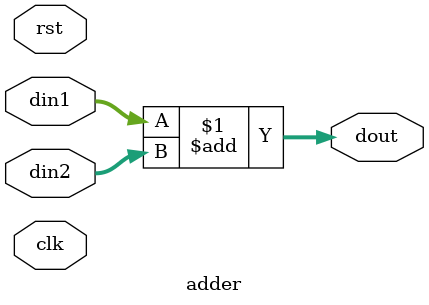
<source format=v>
`timescale 1ns / 1ps


module adder(
    input clk,rst,
    input signed [25:0] din1,
    input signed [25:0] din2,
    output signed [25:0] dout
    );
    
    assign dout = din1 + din2;
    
endmodule

</source>
